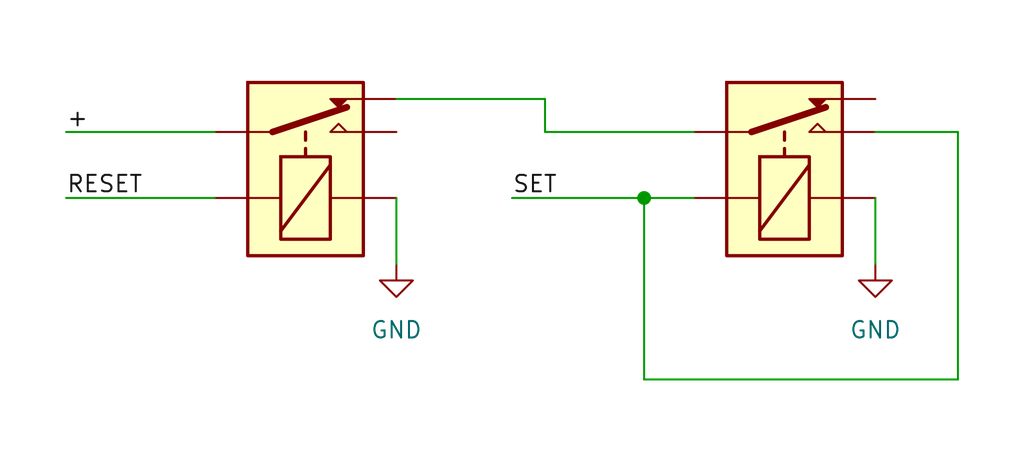
<source format=kicad_sch>
(kicad_sch (version 20250114) (generator "eeschema") (generator_version "9.0")
  (paper "User" 78.74 35.56)
  (lib_symbols
    (symbol "4PDT_1" (pin_numbers (hide yes))
      (symbol "4PDT_1_0_1"
        (rectangle (start 5.08 -10.16) (end 13.97 -23.495) (stroke (width 0.254)) (fill (type background)))
        (polyline (pts (xy 5.08 -13.97) (xy 6.985 -13.97)))
        (polyline (pts (xy 5.08 -19.05) (xy 7.62 -19.05)))
        (polyline (pts (xy 6.985 -13.97) (xy 12.7 -12.065)) (stroke (width 0.508)))
        (polyline (pts (xy 7.62 -21.59) (xy 11.43 -16.51)) (stroke (width 0.254)))
        (polyline (pts (xy 9.525 -14.605) (xy 9.525 -13.97)) (stroke (width 0.254)))
        (polyline (pts (xy 9.525 -15.875) (xy 9.525 -15.24)) (stroke (width 0.254)))
        (polyline (pts (xy 11.43 -19.05) (xy 13.97 -19.05)))
        (polyline (pts (xy 13.97 -11.43) (xy 11.43 -11.43) (xy 12.065 -12.065) (xy 12.7 -11.43)) (fill (type outline)))
        (polyline (pts (xy 13.97 -13.97) (xy 11.43 -13.97) (xy 12.065 -13.335) (xy 12.7 -13.97)))
      )
      (symbol "4PDT_1_1_1"
        (rectangle (start 11.43 -15.875) (end 7.62 -22.225) (stroke (width 0.254)))
        (pin passive line (at 2.54 -13.97 0) (length 2.54) (name "") (number "12"))
        (pin passive line (at 2.54 -19.05 0) (length 2.54) (name "") (number "14"))
        (pin passive line (at 16.51 -11.43 180) (length 2.54) (name "") (number "4"))
        (pin passive line (at 16.51 -13.97 180) (length 2.54) (name "") (number "8"))
        (pin passive line (at 16.51 -19.05 180) (length 2.54) (name "") (number "13"))
      )
    )
    (symbol "power:GND" (power) (pin_numbers (hide yes)) (pin_names (offset 0) (hide yes))
      (property "Value" "GND" (at 0 -3.81 0))
      (symbol "GND_0_1"
        (polyline (pts (xy 0 0) (xy 0 -1.27) (xy 1.27 -1.27) (xy 0 -2.54) (xy -1.27 -1.27) (xy 0 -1.27)))
      )
      (symbol "GND_1_1"
        (pin power_in line (at 0 0 270) (length 0) (name "~") (number "1"))
      )
    )
  )
  (junction (at 49.53 15.24))
  (wire (pts (xy 53.34 10.16) (xy 41.91 10.16)))
  (wire (pts (xy 30.48 15.24) (xy 30.48 20.32)))
  (wire (pts (xy 41.91 7.62) (xy 30.48 7.62)))
  (wire (pts (xy 73.66 10.16) (xy 73.66 29.21)))
  (wire (pts (xy 67.31 15.24) (xy 67.31 20.32)))
  (wire (pts (xy 49.53 15.24) (xy 49.53 29.21)))
  (wire (pts (xy 67.31 10.16) (xy 73.66 10.16)))
  (wire (pts (xy 41.91 10.16) (xy 41.91 7.62)))
  (wire (pts (xy 73.66 29.21) (xy 49.53 29.21)))
  (wire (pts (xy 39.37 15.24) (xy 49.53 15.24)))
  (wire (pts (xy 49.53 15.24) (xy 53.34 15.24)))
  (wire (pts (xy 5.08 15.24) (xy 16.51 15.24)))
  (wire (pts (xy 5.08 10.16) (xy 16.51 10.16)))
  (label "+" (at 5.08 10.16 0))
  (label "RESET" (at 5.08 15.24 0))
  (label "SET" (at 39.37 15.24 0))
  (symbol (lib_name "4PDT_1") (lib_id "relay:4PDT") (at 13.97 -3.81 0) (unit 1)
    (property "Reference" "K3" (effects (hide yes)))
    (property "Value" "4PDT" (effects (hide yes)))
    (property "Footprint" "relay:MY4N socket" (effects (hide yes)))
    (property "Datasheet" "https://edata.omron.com.au/eData/Relays/J111-E1-03.pdf" (effects (hide yes)))
  )
  (symbol (lib_id "power:GND") (at 30.48 20.32 0) (unit 1)
    (property "Reference" "#PWR03" (effects (hide yes)))
    (property "Value" "GND" (at 30.48 25.4 0))
    (property "Description" "Power symbol creates a global label with name \"GND\" , ground" (effects (hide yes)))
  )
  (symbol (lib_id "power:GND") (at 67.31 20.32 0) (unit 1)
    (property "Reference" "#PWR02" (effects (hide yes)))
    (property "Value" "GND" (at 67.31 25.4 0))
    (property "Description" "Power symbol creates a global label with name \"GND\" , ground" (effects (hide yes)))
  )
  (symbol (lib_name "4PDT_1") (lib_id "relay:4PDT") (at 50.8 -3.81 0) (unit 1)
    (property "Reference" "K2" (effects (hide yes)))
    (property "Value" "4PDT" (effects (hide yes)))
    (property "Footprint" "relay:MY4N socket" (effects (hide yes)))
    (property "Datasheet" "https://edata.omron.com.au/eData/Relays/J111-E1-03.pdf" (effects (hide yes)))
  )
)
</source>
